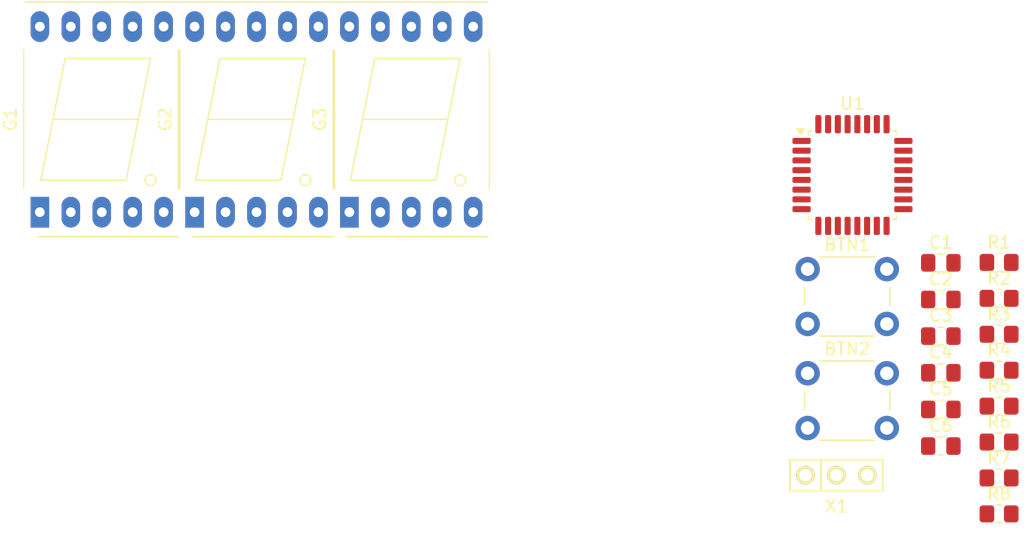
<source format=kicad_pcb>
(kicad_pcb (version 20241229) (generator "pcbnew") (generator_version "9.0")
  (layers (0 "F.Cu" signal) (2 "B.Cu" signal) (13 "F.Paste" user) (15 "B.Paste" user) (5 "F.SilkS" user "F.Silkscreen") (7 "B.SilkS" user "B.Silkscreen") (1 "F.Mask" user) (3 "B.Mask" user) (25 "Edge.Cuts" user))
  (net 0 "")
  (net 1 "GND")
  (net 2 "VCC")
  (net 3 "Net-(U1-PF2-NRST)")
  (net 4 "Net-(U1-PA0)")
  (net 5 "Net-(U1-PA1)")
  (net 6 "Net-(U1-PA2)")
  (net 7 "Net-(U1-PA3)")
  (net 8 "/ADC")
  (net 9 "/ZCD")
  (net 10 "Net-(U1-PA4)")
  (net 11 "/TRIAC")
  (net 12 "Net-(U1-PA5)")
  (net 13 "Net-(U1-PA6)")
  (net 14 "Net-(U1-PA7)")
  (net 15 "/BTN1")
  (net 16 "/BTN2")
  (net 19 "/DISP_AC")
  (net 20 "/DISP_AF")
  (net 21 "/DISP_AP")
  (net 22 "/DISP_CC1")
  (net 23 "/DISP_AD")
  (net 24 "/DISP_AE")
  (net 25 "/DISP_AA")
  (net 26 "/DISP_AG")
  (net 27 "/DISP_AB")
  (net 28 "/DISP_CC2")
  (net 29 "/DISP_CC3")
  (net 37 "/SWCLK")
  (net 38 "/SWDIO")
  (footprint "Resistor_SMD:R_0805_2012Metric_Pad1.20x1.40mm_HandSolder" (layer "F.Cu") (at 144.75 125.15)
    (property "Reference" "R5" (at 0 -1.65 0) (layer "F.SilkS"))
    (property "Value" "330R")
    (fp_line (start -0.227064 -0.735) (end 0.227064 -0.735) (stroke (width 0.12)) (layer "F.SilkS"))
    (fp_line (start -0.227064 0.735) (end 0.227064 0.735) (stroke (width 0.12)) (layer "F.SilkS"))
    (pad "1" smd roundrect (at -1 0) (size 1.2 1.4) (layers "F.Cu" "F.Mask" "F.Paste") (roundrect_rratio 0.208333) (net 10 "Net-(U1-PA4)"))
    (pad "2" smd roundrect (at 1 0) (size 1.2 1.4) (layers "F.Cu" "F.Mask" "F.Paste") (roundrect_rratio 0.208333) (net 24 "/DISP_AE"))
  )
  (footprint "Resistor_SMD:R_0805_2012Metric_Pad1.20x1.40mm_HandSolder" (layer "F.Cu") (at 144.75 113.35)
    (property "Reference" "R1" (at 0 -1.65 0) (layer "F.SilkS"))
    (property "Value" "330R")
    (fp_line (start -0.227064 -0.735) (end 0.227064 -0.735) (stroke (width 0.12)) (layer "F.SilkS"))
    (fp_line (start -0.227064 0.735) (end 0.227064 0.735) (stroke (width 0.12)) (layer "F.SilkS"))
    (pad "1" smd roundrect (at -1 0) (size 1.2 1.4) (layers "F.Cu" "F.Mask" "F.Paste") (roundrect_rratio 0.208333) (net 4 "Net-(U1-PA0)"))
    (pad "2" smd roundrect (at 1 0) (size 1.2 1.4) (layers "F.Cu" "F.Mask" "F.Paste") (roundrect_rratio 0.208333) (net 25 "/DISP_AA"))
  )
  (footprint "Capacitor_SMD:C_0805_2012Metric_Pad1.18x1.45mm_HandSolder" (layer "F.Cu") (at 139.97 113.38)
    (property "Reference" "C1" (at 0 -1.68 0) (layer "F.SilkS"))
    (property "Value" "1u")
    (fp_line (start -0.261252 -0.735) (end 0.261252 -0.735) (stroke (width 0.12)) (layer "F.SilkS"))
    (fp_line (start -0.261252 0.735) (end 0.261252 0.735) (stroke (width 0.12)) (layer "F.SilkS"))
    (pad "1" smd roundrect (at -1.0375 0) (size 1.175 1.45) (layers "F.Cu" "F.Mask" "F.Paste") (roundrect_rratio 0.212766) (net 2 "VCC"))
    (pad "2" smd roundrect (at 1.0375 0) (size 1.175 1.45) (layers "F.Cu" "F.Mask" "F.Paste") (roundrect_rratio 0.212766) (net 1 "GND"))
  )
  (footprint "Resistor_SMD:R_0805_2012Metric_Pad1.20x1.40mm_HandSolder" (layer "F.Cu") (at 144.75 116.3)
    (property "Reference" "R2" (at 0 -1.65 0) (layer "F.SilkS"))
    (property "Value" "330R")
    (fp_line (start -0.227064 -0.735) (end 0.227064 -0.735) (stroke (width 0.12)) (layer "F.SilkS"))
    (fp_line (start -0.227064 0.735) (end 0.227064 0.735) (stroke (width 0.12)) (layer "F.SilkS"))
    (pad "1" smd roundrect (at -1 0) (size 1.2 1.4) (layers "F.Cu" "F.Mask" "F.Paste") (roundrect_rratio 0.208333) (net 5 "Net-(U1-PA1)"))
    (pad "2" smd roundrect (at 1 0) (size 1.2 1.4) (layers "F.Cu" "F.Mask" "F.Paste") (roundrect_rratio 0.208333) (net 27 "/DISP_AB"))
  )
  (footprint "Capacitor_SMD:C_0805_2012Metric_Pad1.18x1.45mm_HandSolder" (layer "F.Cu") (at 139.97 122.41)
    (property "Reference" "C4" (at 0 -1.68 0) (layer "F.SilkS"))
    (property "Value" "100n")
    (fp_line (start -0.261252 -0.735) (end 0.261252 -0.735) (stroke (width 0.12)) (layer "F.SilkS"))
    (fp_line (start -0.261252 0.735) (end 0.261252 0.735) (stroke (width 0.12)) (layer "F.SilkS"))
    (pad "1" smd roundrect (at -1.0375 0) (size 1.175 1.45) (layers "F.Cu" "F.Mask" "F.Paste") (roundrect_rratio 0.212766) (net 15 "/BTN1"))
    (pad "2" smd roundrect (at 1.0375 0) (size 1.175 1.45) (layers "F.Cu" "F.Mask" "F.Paste") (roundrect_rratio 0.212766) (net 1 "GND"))
  )
  (footprint "Display_7Segment:7SegmentLED_LTS6760_LTS6780" (layer "F.Cu") (at 91.44 109.22 90)
    (property "Reference" "G3" (at 7.62 -2.42 90) (layer "F.SilkS"))
    (property "Value" "SM420561N")
    (fp_line (start 1.905 -1.33) (end 13.335 -1.33) (stroke (width 0.12)) (layer "F.SilkS"))
    (fp_line (start -2.015 -0.22) (end -2.015 11.38) (stroke (width 0.12)) (layer "F.SilkS"))
    (fp_line (start 2.62 0.08) (end 2.62 7.08) (stroke (width 0.12)) (layer "F.SilkS"))
    (fp_line (start 7.62 1.08) (end 2.62 0.08) (stroke (width 0.12)) (layer "F.SilkS"))
    (fp_line (start 12.62 2.08) (end 7.62 1.08) (stroke (width 0.12)) (layer "F.SilkS"))
    (fp_line (start 12.62 2.08) (end 12.62 9.08) (stroke (width 0.12)) (layer "F.SilkS"))
    (fp_line (start 2.62 7.08) (end 7.62 8.08) (stroke (width 0.12)) (layer "F.SilkS"))
    (fp_line (start 7.62 8.08) (end 7.62 1.08) (stroke (width 0.12)) (layer "F.SilkS"))
    (fp_line (start 12.62 9.08) (end 7.62 8.08) (stroke (width 0.12)) (layer "F.SilkS"))
    (fp_line (start 17.255 11.38) (end 17.255 -1.22) (stroke (width 0.12)) (layer "F.SilkS"))
    (fp_line (start 1.905 11.49) (end 13.335 11.49) (stroke (width 0.12)) (layer "F.SilkS"))
    (fp_circle (center 2.62 9.08) (end 3.067214 9.08) (stroke (width 0.12)) (fill no) (layer "F.SilkS"))
    (pad "1" thru_hole rect (at 0 0) (size 1.524 2.524) (drill 0.8) (layers "*.Cu" "*.Mask") (net 24 "/DISP_AE"))
    (pad "2" thru_hole oval (at 0 2.54) (size 1.524 2.524) (drill 0.8) (layers "*.Cu" "*.Mask") (net 23 "/DISP_AD"))
    (pad "3" thru_hole oval (at 0 5.08) (size 1.524 2.524) (drill 0.8) (layers "*.Cu" "*.Mask") (net 29 "/DISP_CC3"))
    (pad "4" thru_hole oval (at 0 7.62) (size 1.524 2.524) (drill 0.8) (layers "*.Cu" "*.Mask") (net 19 "/DISP_AC"))
    (pad "5" thru_hole oval (at 0 10.16) (size 1.524 2.524) (drill 0.8) (layers "*.Cu" "*.Mask") (net 21 "/DISP_AP"))
    (pad "6" thru_hole oval (at 15.24 10.16) (size 1.524 2.524) (drill 0.8) (layers "*.Cu" "*.Mask") (net 27 "/DISP_AB"))
    (pad "7" thru_hole oval (at 15.24 7.62) (size 1.524 2.524) (drill 0.8) (layers "*.Cu" "*.Mask") (net 25 "/DISP_AA"))
    (pad "8" thru_hole oval (at 15.24 5.08) (size 1.524 2.524) (drill 0.8) (layers "*.Cu" "*.Mask") (net 29 "/DISP_CC3"))
    (pad "9" thru_hole oval (at 15.24 2.54) (size 1.524 2.524) (drill 0.8) (layers "*.Cu" "*.Mask") (net 20 "/DISP_AF"))
    (pad "10" thru_hole oval (at 15.24 0) (size 1.524 2.524) (drill 0.8) (layers "*.Cu" "*.Mask") (net 26 "/DISP_AG"))
  )
  (footprint "Display_7Segment:7SegmentLED_LTS6760_LTS6780" (layer "F.Cu") (at 66.04 109.22 90)
    (property "Reference" "G1" (at 7.62 -2.42 90) (layer "F.SilkS"))
    (property "Value" "SM420561N")
    (fp_line (start 1.905 -1.33) (end 13.335 -1.33) (stroke (width 0.12)) (layer "F.SilkS"))
    (fp_line (start -2.015 -0.22) (end -2.015 11.38) (stroke (width 0.12)) (layer "F.SilkS"))
    (fp_line (start 2.62 0.08) (end 2.62 7.08) (stroke (width 0.12)) (layer "F.SilkS"))
    (fp_line (start 7.62 1.08) (end 2.62 0.08) (stroke (width 0.12)) (layer "F.SilkS"))
    (fp_line (start 12.62 2.08) (end 7.62 1.08) (stroke (width 0.12)) (layer "F.SilkS"))
    (fp_line (start 12.62 2.08) (end 12.62 9.08) (stroke (width 0.12)) (layer "F.SilkS"))
    (fp_line (start 2.62 7.08) (end 7.62 8.08) (stroke (width 0.12)) (layer "F.SilkS"))
    (fp_line (start 7.62 8.08) (end 7.62 1.08) (stroke (width 0.12)) (layer "F.SilkS"))
    (fp_line (start 12.62 9.08) (end 7.62 8.08) (stroke (width 0.12)) (layer "F.SilkS"))
    (fp_line (start 17.255 11.38) (end 17.255 -1.22) (stroke (width 0.12)) (layer "F.SilkS"))
    (fp_line (start 1.905 11.49) (end 13.335 11.49) (stroke (width 0.12)) (layer "F.SilkS"))
    (fp_circle (center 2.62 9.08) (end 3.067214 9.08) (stroke (width 0.12)) (fill no) (layer "F.SilkS"))
    (pad "1" thru_hole rect (at 0 0) (size 1.524 2.524) (drill 0.8) (layers "*.Cu" "*.Mask") (net 24 "/DISP_AE"))
    (pad "2" thru_hole oval (at 0 2.54) (size 1.524 2.524) (drill 0.8) (layers "*.Cu" "*.Mask") (net 23 "/DISP_AD"))
    (pad "3" thru_hole oval (at 0 5.08) (size 1.524 2.524) (drill 0.8) (layers "*.Cu" "*.Mask") (net 22 "/DISP_CC1"))
    (pad "4" thru_hole oval (at 0 7.62) (size 1.524 2.524) (drill 0.8) (layers "*.Cu" "*.Mask") (net 19 "/DISP_AC"))
    (pad "5" thru_hole oval (at 0 10.16) (size 1.524 2.524) (drill 0.8) (layers "*.Cu" "*.Mask") (net 21 "/DISP_AP"))
    (pad "6" thru_hole oval (at 15.24 10.16) (size 1.524 2.524) (drill 0.8) (layers "*.Cu" "*.Mask") (net 27 "/DISP_AB"))
    (pad "7" thru_hole oval (at 15.24 7.62) (size 1.524 2.524) (drill 0.8) (layers "*.Cu" "*.Mask") (net 25 "/DISP_AA"))
    (pad "8" thru_hole oval (at 15.24 5.08) (size 1.524 2.524) (drill 0.8) (layers "*.Cu" "*.Mask") (net 22 "/DISP_CC1"))
    (pad "9" thru_hole oval (at 15.24 2.54) (size 1.524 2.524) (drill 0.8) (layers "*.Cu" "*.Mask") (net 20 "/DISP_AF"))
    (pad "10" thru_hole oval (at 15.24 0) (size 1.524 2.524) (drill 0.8) (layers "*.Cu" "*.Mask") (net 26 "/DISP_AG"))
  )
  (footprint "Capacitor_SMD:C_0805_2012Metric_Pad1.18x1.45mm_HandSolder" (layer "F.Cu") (at 139.97 128.43)
    (property "Reference" "C6" (at 0 -1.68 0) (layer "F.SilkS"))
    (property "Value" "100n")
    (fp_line (start -0.261252 -0.735) (end 0.261252 -0.735) (stroke (width 0.12)) (layer "F.SilkS"))
    (fp_line (start -0.261252 0.735) (end 0.261252 0.735) (stroke (width 0.12)) (layer "F.SilkS"))
    (pad "1" smd roundrect (at -1.0375 0) (size 1.175 1.45) (layers "F.Cu" "F.Mask" "F.Paste") (roundrect_rratio 0.212766) (net 2 "VCC"))
    (pad "2" smd roundrect (at 1.0375 0) (size 1.175 1.45) (layers "F.Cu" "F.Mask" "F.Paste") (roundrect_rratio 0.212766) (net 1 "GND"))
  )
  (footprint "Button_Switch_THT:SW_PUSH_6mm_H5mm" (layer "F.Cu") (at 129.04 113.9)
    (property "Reference" "BTN1" (at 3.25 -2 0) (layer "F.SilkS"))
    (property "Value" "TRIGGER")
    (fp_line (start -0.25 1.5) (end -0.25 3) (stroke (width 0.12)) (layer "F.SilkS"))
    (fp_line (start 1 5.5) (end 5.5 5.5) (stroke (width 0.12)) (layer "F.SilkS"))
    (fp_line (start 5.5 -1) (end 1 -1) (stroke (width 0.12)) (layer "F.SilkS"))
    (fp_line (start 6.75 3) (end 6.75 1.5) (stroke (width 0.12)) (layer "F.SilkS"))
    (pad "1" thru_hole circle (at 0 0 90) (size 2 2) (drill 1.1) (layers "*.Cu" "*.Mask") (net 15 "/BTN1"))
    (pad "1" thru_hole circle (at 6.5 0 90) (size 2 2) (drill 1.1) (layers "*.Cu" "*.Mask") (net 15 "/BTN1"))
    (pad "2" thru_hole circle (at 0 4.5 90) (size 2 2) (drill 1.1) (layers "*.Cu" "*.Mask") (net 1 "GND"))
    (pad "2" thru_hole circle (at 6.5 4.5 90) (size 2 2) (drill 1.1) (layers "*.Cu" "*.Mask") (net 1 "GND"))
  )
  (footprint "Capacitor_SMD:C_0805_2012Metric_Pad1.18x1.45mm_HandSolder" (layer "F.Cu") (at 139.97 119.4)
    (property "Reference" "C3" (at 0 -1.68 0) (layer "F.SilkS"))
    (property "Value" "100n")
    (fp_line (start -0.261252 -0.735) (end 0.261252 -0.735) (stroke (width 0.12)) (layer "F.SilkS"))
    (fp_line (start -0.261252 0.735) (end 0.261252 0.735) (stroke (width 0.12)) (layer "F.SilkS"))
    (pad "1" smd roundrect (at -1.0375 0) (size 1.175 1.45) (layers "F.Cu" "F.Mask" "F.Paste") (roundrect_rratio 0.212766) (net 3 "Net-(U1-PF2-NRST)"))
    (pad "2" smd roundrect (at 1.0375 0) (size 1.175 1.45) (layers "F.Cu" "F.Mask" "F.Paste") (roundrect_rratio 0.212766) (net 1 "GND"))
  )
  (footprint "Button_Switch_THT:SW_PUSH_6mm_H5mm" (layer "F.Cu") (at 129.04 122.45)
    (property "Reference" "BTN2" (at 3.25 -2 0) (layer "F.SilkS"))
    (property "Value" "TRIGGER")
    (fp_line (start -0.25 1.5) (end -0.25 3) (stroke (width 0.12)) (layer "F.SilkS"))
    (fp_line (start 1 5.5) (end 5.5 5.5) (stroke (width 0.12)) (layer "F.SilkS"))
    (fp_line (start 5.5 -1) (end 1 -1) (stroke (width 0.12)) (layer "F.SilkS"))
    (fp_line (start 6.75 3) (end 6.75 1.5) (stroke (width 0.12)) (layer "F.SilkS"))
    (pad "1" thru_hole circle (at 0 0 90) (size 2 2) (drill 1.1) (layers "*.Cu" "*.Mask") (net 16 "/BTN2"))
    (pad "1" thru_hole circle (at 6.5 0 90) (size 2 2) (drill 1.1) (layers "*.Cu" "*.Mask") (net 16 "/BTN2"))
    (pad "2" thru_hole circle (at 0 4.5 90) (size 2 2) (drill 1.1) (layers "*.Cu" "*.Mask") (net 1 "GND"))
    (pad "2" thru_hole circle (at 6.5 4.5 90) (size 2 2) (drill 1.1) (layers "*.Cu" "*.Mask") (net 1 "GND"))
  )
  (footprint "Resistor_SMD:R_0805_2012Metric_Pad1.20x1.40mm_HandSolder" (layer "F.Cu") (at 144.75 134)
    (property "Reference" "R8" (at 0 -1.65 0) (layer "F.SilkS"))
    (property "Value" "330R")
    (fp_line (start -0.227064 -0.735) (end 0.227064 -0.735) (stroke (width 0.12)) (layer "F.SilkS"))
    (fp_line (start -0.227064 0.735) (end 0.227064 0.735) (stroke (width 0.12)) (layer "F.SilkS"))
    (pad "1" smd roundrect (at -1 0) (size 1.2 1.4) (layers "F.Cu" "F.Mask" "F.Paste") (roundrect_rratio 0.208333) (net 14 "Net-(U1-PA7)"))
    (pad "2" smd roundrect (at 1 0) (size 1.2 1.4) (layers "F.Cu" "F.Mask" "F.Paste") (roundrect_rratio 0.208333) (net 21 "/DISP_AP"))
  )
  (footprint "Drake:SWD" (layer "F.Cu") (at 131.4 130.82)
    (property "Reference" "X1" (at 0 2.54 0) (layer "F.SilkS"))
    (property "Value" "SWD")
    (fp_line (start -3.81 -1.27) (end 3.81 -1.27) (stroke (width 0.15)) (layer "F.SilkS"))
    (fp_line (start -3.81 1.27) (end -3.81 -1.27) (stroke (width 0.15)) (layer "F.SilkS"))
    (fp_line (start -1.27 -1.27) (end -1.27 1.27) (stroke (width 0.15)) (layer "F.SilkS"))
    (fp_line (start 3.81 -1.27) (end 3.81 1.27) (stroke (width 0.15)) (layer "F.SilkS"))
    (fp_line (start 3.81 1.27) (end -3.81 1.27) (stroke (width 0.15)) (layer "F.SilkS"))
    (pad "1" thru_hole circle (at -2.54 0) (size 1.524 1.524) (drill 1.016) (layers "*.Cu" "*.Mask" "F.SilkS") (net 38 "/SWDIO"))
    (pad "2" thru_hole circle (at 0 0) (size 1.524 1.524) (drill 1.016) (layers "*.Cu" "*.Mask" "F.SilkS") (net 1 "GND"))
    (pad "3" thru_hole circle (at 2.54 0) (size 1.524 1.524) (drill 1.016) (layers "*.Cu" "*.Mask" "F.SilkS") (net 37 "/SWCLK"))
  )
  (footprint "Capacitor_SMD:C_0805_2012Metric_Pad1.18x1.45mm_HandSolder" (layer "F.Cu") (at 139.97 125.42)
    (property "Reference" "C5" (at 0 -1.68 0) (layer "F.SilkS"))
    (property "Value" "100n")
    (fp_line (start -0.261252 -0.735) (end 0.261252 -0.735) (stroke (width 0.12)) (layer "F.SilkS"))
    (fp_line (start -0.261252 0.735) (end 0.261252 0.735) (stroke (width 0.12)) (layer "F.SilkS"))
    (pad "1" smd roundrect (at -1.0375 0) (size 1.175 1.45) (layers "F.Cu" "F.Mask" "F.Paste") (roundrect_rratio 0.212766) (net 16 "/BTN2"))
    (pad "2" smd roundrect (at 1.0375 0) (size 1.175 1.45) (layers "F.Cu" "F.Mask" "F.Paste") (roundrect_rratio 0.212766) (net 1 "GND"))
  )
  (footprint "Resistor_SMD:R_0805_2012Metric_Pad1.20x1.40mm_HandSolder" (layer "F.Cu") (at 144.75 119.25)
    (property "Reference" "R3" (at 0 -1.65 0) (layer "F.SilkS"))
    (property "Value" "330R")
    (fp_line (start -0.227064 -0.735) (end 0.227064 -0.735) (stroke (width 0.12)) (layer "F.SilkS"))
    (fp_line (start -0.227064 0.735) (end 0.227064 0.735) (stroke (width 0.12)) (layer "F.SilkS"))
    (pad "1" smd roundrect (at -1 0) (size 1.2 1.4) (layers "F.Cu" "F.Mask" "F.Paste") (roundrect_rratio 0.208333) (net 6 "Net-(U1-PA2)"))
    (pad "2" smd roundrect (at 1 0) (size 1.2 1.4) (layers "F.Cu" "F.Mask" "F.Paste") (roundrect_rratio 0.208333) (net 19 "/DISP_AC"))
  )
  (footprint "Resistor_SMD:R_0805_2012Metric_Pad1.20x1.40mm_HandSolder" (layer "F.Cu") (at 144.75 128.1)
    (property "Reference" "R6" (at 0 -1.65 0) (layer "F.SilkS"))
    (property "Value" "330R")
    (fp_line (start -0.227064 -0.735) (end 0.227064 -0.735) (stroke (width 0.12)) (layer "F.SilkS"))
    (fp_line (start -0.227064 0.735) (end 0.227064 0.735) (stroke (width 0.12)) (layer "F.SilkS"))
    (pad "1" smd roundrect (at -1 0) (size 1.2 1.4) (layers "F.Cu" "F.Mask" "F.Paste") (roundrect_rratio 0.208333) (net 12 "Net-(U1-PA5)"))
    (pad "2" smd roundrect (at 1 0) (size 1.2 1.4) (layers "F.Cu" "F.Mask" "F.Paste") (roundrect_rratio 0.208333) (net 20 "/DISP_AF"))
  )
  (footprint "Capacitor_SMD:C_0805_2012Metric_Pad1.18x1.45mm_HandSolder" (layer "F.Cu") (at 139.97 116.39)
    (property "Reference" "C2" (at 0 -1.68 0) (layer "F.SilkS"))
    (property "Value" "100n")
    (fp_line (start -0.261252 -0.735) (end 0.261252 -0.735) (stroke (width 0.12)) (layer "F.SilkS"))
    (fp_line (start -0.261252 0.735) (end 0.261252 0.735) (stroke (width 0.12)) (layer "F.SilkS"))
    (pad "1" smd roundrect (at -1.0375 0) (size 1.175 1.45) (layers "F.Cu" "F.Mask" "F.Paste") (roundrect_rratio 0.212766) (net 2 "VCC"))
    (pad "2" smd roundrect (at 1.0375 0) (size 1.175 1.45) (layers "F.Cu" "F.Mask" "F.Paste") (roundrect_rratio 0.212766) (net 1 "GND"))
  )
  (footprint "Resistor_SMD:R_0805_2012Metric_Pad1.20x1.40mm_HandSolder" (layer "F.Cu") (at 144.75 131.05)
    (property "Reference" "R7" (at 0 -1.65 0) (layer "F.SilkS"))
    (property "Value" "330R")
    (fp_line (start -0.227064 -0.735) (end 0.227064 -0.735) (stroke (width 0.12)) (layer "F.SilkS"))
    (fp_line (start -0.227064 0.735) (end 0.227064 0.735) (stroke (width 0.12)) (layer "F.SilkS"))
    (pad "1" smd roundrect (at -1 0) (size 1.2 1.4) (layers "F.Cu" "F.Mask" "F.Paste") (roundrect_rratio 0.208333) (net 13 "Net-(U1-PA6)"))
    (pad "2" smd roundrect (at 1 0) (size 1.2 1.4) (layers "F.Cu" "F.Mask" "F.Paste") (roundrect_rratio 0.208333) (net 26 "/DISP_AG"))
  )
  (footprint "Display_7Segment:7SegmentLED_LTS6760_LTS6780" (layer "F.Cu") (at 78.74 109.22 90)
    (property "Reference" "G2" (at 7.62 -2.42 90) (layer "F.SilkS"))
    (property "Value" "SM420561N")
    (fp_line (start 1.905 -1.33) (end 13.335 -1.33) (stroke (width 0.12)) (layer "F.SilkS"))
    (fp_line (start -2.015 -0.22) (end -2.015 11.38) (stroke (width 0.12)) (layer "F.SilkS"))
    (fp_line (start 2.62 0.08) (end 2.62 7.08) (stroke (width 0.12)) (layer "F.SilkS"))
    (fp_line (start 7.62 1.08) (end 2.62 0.08) (stroke (width 0.12)) (layer "F.SilkS"))
    (fp_line (start 12.62 2.08) (end 7.62 1.08) (stroke (width 0.12)) (layer "F.SilkS"))
    (fp_line (start 12.62 2.08) (end 12.62 9.08) (stroke (width 0.12)) (layer "F.SilkS"))
    (fp_line (start 2.62 7.08) (end 7.62 8.08) (stroke (width 0.12)) (layer "F.SilkS"))
    (fp_line (start 7.62 8.08) (end 7.62 1.08) (stroke (width 0.12)) (layer "F.SilkS"))
    (fp_line (start 12.62 9.08) (end 7.62 8.08) (stroke (width 0.12)) (layer "F.SilkS"))
    (fp_line (start 17.255 11.38) (end 17.255 -1.22) (stroke (width 0.12)) (layer "F.SilkS"))
    (fp_line (start 1.905 11.49) (end 13.335 11.49) (stroke (width 0.12)) (layer "F.SilkS"))
    (fp_circle (center 2.62 9.08) (end 3.067214 9.08) (stroke (width 0.12)) (fill no) (layer "F.SilkS"))
    (pad "1" thru_hole rect (at 0 0) (size 1.524 2.524) (drill 0.8) (layers "*.Cu" "*.Mask") (net 24 "/DISP_AE"))
    (pad "2" thru_hole oval (at 0 2.54) (size 1.524 2.524) (drill 0.8) (layers "*.Cu" "*.Mask") (net 23 "/DISP_AD"))
    (pad "3" thru_hole oval (at 0 5.08) (size 1.524 2.524) (drill 0.8) (layers "*.Cu" "*.Mask") (net 28 "/DISP_CC2"))
    (pad "4" thru_hole oval (at 0 7.62) (size 1.524 2.524) (drill 0.8) (layers "*.Cu" "*.Mask") (net 19 "/DISP_AC"))
    (pad "5" thru_hole oval (at 0 10.16) (size 1.524 2.524) (drill 0.8) (layers "*.Cu" "*.Mask") (net 21 "/DISP_AP"))
    (pad "6" thru_hole oval (at 15.24 10.16) (size 1.524 2.524) (drill 0.8) (layers "*.Cu" "*.Mask") (net 27 "/DISP_AB"))
    (pad "7" thru_hole oval (at 15.24 7.62) (size 1.524 2.524) (drill 0.8) (layers "*.Cu" "*.Mask") (net 25 "/DISP_AA"))
    (pad "8" thru_hole oval (at 15.24 5.08) (size 1.524 2.524) (drill 0.8) (layers "*.Cu" "*.Mask") (net 28 "/DISP_CC2"))
    (pad "9" thru_hole oval (at 15.24 2.54) (size 1.524 2.524) (drill 0.8) (layers "*.Cu" "*.Mask") (net 20 "/DISP_AF"))
    (pad "10" thru_hole oval (at 15.24 0) (size 1.524 2.524) (drill 0.8) (layers "*.Cu" "*.Mask") (net 26 "/DISP_AG"))
  )
  (footprint "Resistor_SMD:R_0805_2012Metric_Pad1.20x1.40mm_HandSolder" (layer "F.Cu") (at 144.75 122.2)
    (property "Reference" "R4" (at 0 -1.65 0) (layer "F.SilkS"))
    (property "Value" "330R")
    (fp_line (start -0.227064 -0.735) (end 0.227064 -0.735) (stroke (width 0.12)) (layer "F.SilkS"))
    (fp_line (start -0.227064 0.735) (end 0.227064 0.735) (stroke (width 0.12)) (layer "F.SilkS"))
    (pad "1" smd roundrect (at -1 0) (size 1.2 1.4) (layers "F.Cu" "F.Mask" "F.Paste") (roundrect_rratio 0.208333) (net 7 "Net-(U1-PA3)"))
    (pad "2" smd roundrect (at 1 0) (size 1.2 1.4) (layers "F.Cu" "F.Mask" "F.Paste") (roundrect_rratio 0.208333) (net 23 "/DISP_AD"))
  )
  (footprint "Package_QFP:LQFP-32_7x7mm_P0.8mm" (layer "F.Cu") (at 132.72 106.17)
    (property "Reference" "U1" (at 0 -5.88 0) (layer "F.SilkS"))
    (property "Value" "PY32F030K1xTx")
    (fp_line (start -3.61 -3.61) (end -3.31 -3.61) (stroke (width 0.12)) (layer "F.SilkS"))
    (fp_line (start -3.61 -3.31) (end -3.61 -3.61) (stroke (width 0.12)) (layer "F.SilkS"))
    (fp_line (start -3.61 3.61) (end -3.61 3.31) (stroke (width 0.12)) (layer "F.SilkS"))
    (fp_line (start -3.31 3.61) (end -3.61 3.61) (stroke (width 0.12)) (layer "F.SilkS"))
    (fp_line (start 3.31 -3.61) (end 3.61 -3.61) (stroke (width 0.12)) (layer "F.SilkS"))
    (fp_line (start 3.61 -3.61) (end 3.61 -3.31) (stroke (width 0.12)) (layer "F.SilkS"))
    (fp_line (start 3.61 3.31) (end 3.61 3.61) (stroke (width 0.12)) (layer "F.SilkS"))
    (fp_line (start 3.61 3.61) (end 3.31 3.61) (stroke (width 0.12)) (layer "F.SilkS"))
    (fp_poly (pts (xy -4.25 -3.32) (xy -4.59 -3.79) (xy -3.91 -3.79)) (stroke (width 0.12)) (fill yes) (layer "F.SilkS"))
    (pad "1" smd roundrect (at -4.175 -2.8) (size 1.5 0.5) (layers "F.Cu" "F.Mask" "F.Paste") (net 2 "VCC"))
    (pad "2" smd roundrect (at -4.175 -2) (size 1.5 0.5) (layers "F.Cu" "F.Mask" "F.Paste"))
    (pad "3" smd roundrect (at -4.175 -1.2) (size 1.5 0.5) (layers "F.Cu" "F.Mask" "F.Paste"))
    (pad "4" smd roundrect (at -4.175 -0.4) (size 1.5 0.5) (layers "F.Cu" "F.Mask" "F.Paste") (net 3 "Net-(U1-PF2-NRST)"))
    (pad "5" smd roundrect (at -4.175 0.4) (size 1.5 0.5) (layers "F.Cu" "F.Mask" "F.Paste"))
    (pad "6" smd roundrect (at -4.175 1.2) (size 1.5 0.5) (layers "F.Cu" "F.Mask" "F.Paste") (net 4 "Net-(U1-PA0)"))
    (pad "7" smd roundrect (at -4.175 2) (size 1.5 0.5) (layers "F.Cu" "F.Mask" "F.Paste") (net 5 "Net-(U1-PA1)"))
    (pad "8" smd roundrect (at -4.175 2.8) (size 1.5 0.5) (layers "F.Cu" "F.Mask" "F.Paste") (net 6 "Net-(U1-PA2)"))
    (pad "9" smd roundrect (at -2.8 4.175) (size 0.5 1.5) (layers "F.Cu" "F.Mask" "F.Paste") (net 7 "Net-(U1-PA3)"))
    (pad "10" smd roundrect (at -2 4.175) (size 0.5 1.5) (layers "F.Cu" "F.Mask" "F.Paste") (net 10 "Net-(U1-PA4)"))
    (pad "11" smd roundrect (at -1.2 4.175) (size 0.5 1.5) (layers "F.Cu" "F.Mask" "F.Paste") (net 12 "Net-(U1-PA5)"))
    (pad "12" smd roundrect (at -0.4 4.175) (size 0.5 1.5) (layers "F.Cu" "F.Mask" "F.Paste") (net 13 "Net-(U1-PA6)"))
    (pad "13" smd roundrect (at 0.4 4.175) (size 0.5 1.5) (layers "F.Cu" "F.Mask" "F.Paste") (net 14 "Net-(U1-PA7)"))
    (pad "14" smd roundrect (at 1.2 4.175) (size 0.5 1.5) (layers "F.Cu" "F.Mask" "F.Paste") (net 8 "/ADC"))
    (pad "15" smd roundrect (at 2 4.175) (size 0.5 1.5) (layers "F.Cu" "F.Mask" "F.Paste") (net 9 "/ZCD"))
    (pad "16" smd roundrect (at 2.8 4.175) (size 0.5 1.5) (layers "F.Cu" "F.Mask" "F.Paste") (net 1 "GND"))
    (pad "17" smd roundrect (at 4.175 2.8) (size 1.5 0.5) (layers "F.Cu" "F.Mask" "F.Paste") (net 2 "VCC"))
    (pad "18" smd roundrect (at 4.175 2) (size 1.5 0.5) (layers "F.Cu" "F.Mask" "F.Paste") (net 11 "/TRIAC"))
    (pad "19" smd roundrect (at 4.175 1.2) (size 1.5 0.5) (layers "F.Cu" "F.Mask" "F.Paste"))
    (pad "20" smd roundrect (at 4.175 0.4) (size 1.5 0.5) (layers "F.Cu" "F.Mask" "F.Paste"))
    (pad "21" smd roundrect (at 4.175 -0.4) (size 1.5 0.5) (layers "F.Cu" "F.Mask" "F.Paste") (net 15 "/BTN1"))
    (pad "22" smd roundrect (at 4.175 -1.2) (size 1.5 0.5) (layers "F.Cu" "F.Mask" "F.Paste") (net 16 "/BTN2"))
    (pad "23" smd roundrect (at 4.175 -2) (size 1.5 0.5) (layers "F.Cu" "F.Mask" "F.Paste") (net 38 "/SWDIO"))
    (pad "24" smd roundrect (at 4.175 -2.8) (size 1.5 0.5) (layers "F.Cu" "F.Mask" "F.Paste") (net 37 "/SWCLK"))
    (pad "25" smd roundrect (at 2.8 -4.175) (size 0.5 1.5) (layers "F.Cu" "F.Mask" "F.Paste"))
    (pad "26" smd roundrect (at 2 -4.175) (size 0.5 1.5) (layers "F.Cu" "F.Mask" "F.Paste") (net 22 "/DISP_CC1"))
    (pad "27" smd roundrect (at 1.2 -4.175) (size 0.5 1.5) (layers "F.Cu" "F.Mask" "F.Paste") (net 28 "/DISP_CC2"))
    (pad "28" smd roundrect (at 0.4 -4.175) (size 0.5 1.5) (layers "F.Cu" "F.Mask" "F.Paste") (net 29 "/DISP_CC3"))
    (pad "29" smd roundrect (at -0.4 -4.175) (size 0.5 1.5) (layers "F.Cu" "F.Mask" "F.Paste"))
    (pad "30" smd roundrect (at -1.2 -4.175) (size 0.5 1.5) (layers "F.Cu" "F.Mask" "F.Paste"))
    (pad "31" smd roundrect (at -2 -4.175) (size 0.5 1.5) (layers "F.Cu" "F.Mask" "F.Paste"))
    (pad "32" smd roundrect (at -2.8 -4.175) (size 0.5 1.5) (layers "F.Cu" "F.Mask" "F.Paste") (net 1 "GND"))
  )
)
</source>
